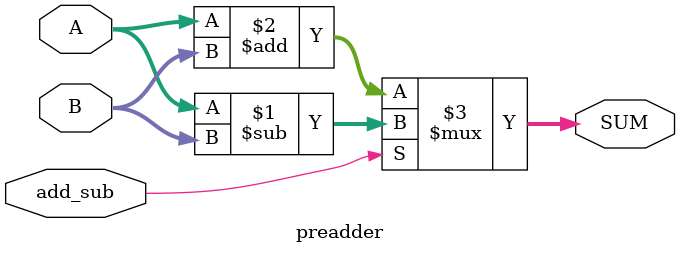
<source format=v>
module preadder#(
    parameter WIDTH = 18
) (
    input wire [WIDTH-1:0] A,
    input wire [WIDTH-1:0] B,
    input wire add_sub, // 0 for addition, 1 for subtraction    
    output wire [WIDTH-1:0] SUM
);
    assign SUM = add_sub ? (A - B) : (A + B);
endmodule

</source>
